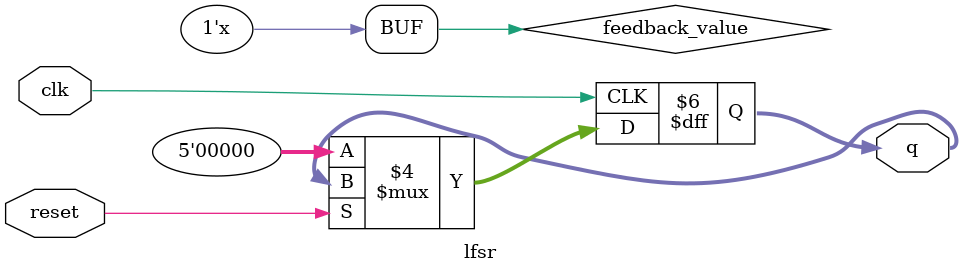
<source format=v>
module lfsr( 
    input clk,
    input reset,
    output [4:0] q
); 
reg [4:0] r_reg;
wire [4:0] r_next;
wire feedback_value;
// on reset set the value of r_reg to 1
// otherwise assign r_next to r_reg
// assign the xor of bit positions 2 and 4 of r_reg to feedback_value
// assign feedback concatenated with 4 most significant bits of r_reg to r_next
// assign r_reg to the output q
// Use the muldiv module to obtain the multiply of r_reg and abcdefg
// assign binary ABCDEG = E-h generation of the module
assign feedback_value=xor1[2]^xor1[4];


always @(posedge clk or posedge reset)
begin 
	if (reset)
	begin 
	r_reg <= 'hA;
	end
	else 
	begin 
	r_reg <= r_next;
	q <= 'h0;
	end
end

// assign rnext as the next value of r
assign r_next = xor1 ^ r_reg;
// Outputs (q)

endmodule

</source>
